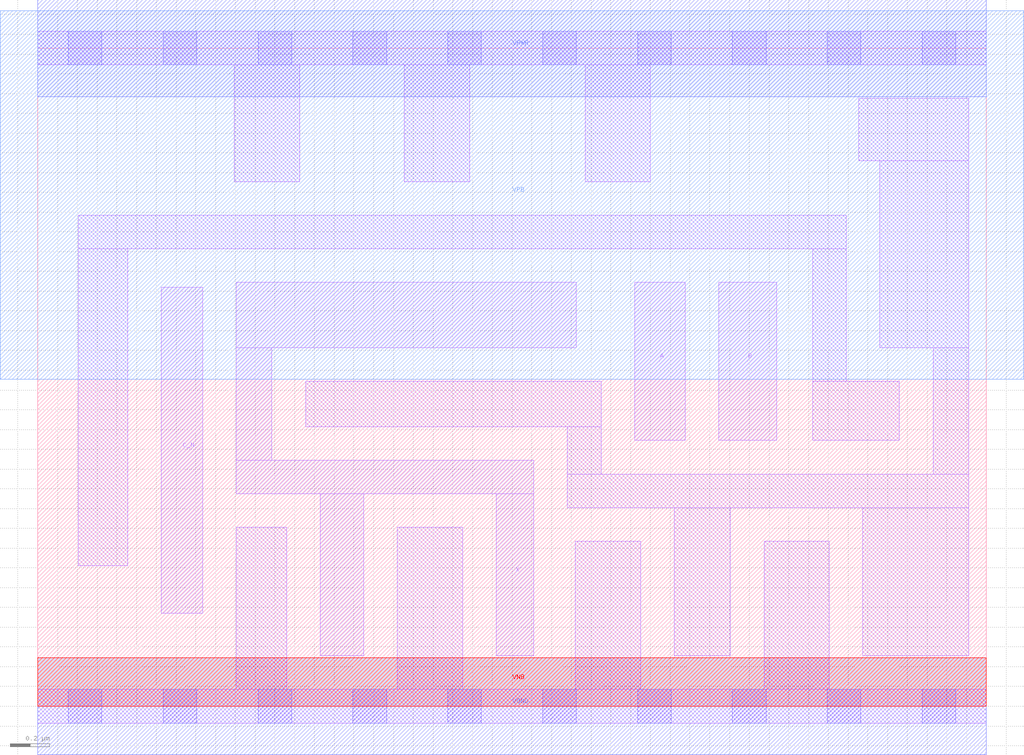
<source format=lef>
# Copyright 2020 The SkyWater PDK Authors
#
# Licensed under the Apache License, Version 2.0 (the "License");
# you may not use this file except in compliance with the License.
# You may obtain a copy of the License at
#
#     https://www.apache.org/licenses/LICENSE-2.0
#
# Unless required by applicable law or agreed to in writing, software
# distributed under the License is distributed on an "AS IS" BASIS,
# WITHOUT WARRANTIES OR CONDITIONS OF ANY KIND, either express or implied.
# See the License for the specific language governing permissions and
# limitations under the License.
#
# SPDX-License-Identifier: Apache-2.0

VERSION 5.7 ;
  NOWIREEXTENSIONATPIN ON ;
  DIVIDERCHAR "/" ;
  BUSBITCHARS "[]" ;
MACRO sky130_fd_sc_lp__or3b_4
  CLASS CORE ;
  FOREIGN sky130_fd_sc_lp__or3b_4 ;
  ORIGIN  0.000000  0.000000 ;
  SIZE  4.800000 BY  3.330000 ;
  SYMMETRY X Y R90 ;
  SITE unit ;
  PIN A
    ANTENNAGATEAREA  0.315000 ;
    DIRECTION INPUT ;
    USE SIGNAL ;
    PORT
      LAYER li1 ;
        RECT 3.020000 1.345000 3.275000 2.145000 ;
    END
  END A
  PIN B
    ANTENNAGATEAREA  0.315000 ;
    DIRECTION INPUT ;
    USE SIGNAL ;
    PORT
      LAYER li1 ;
        RECT 3.445000 1.345000 3.740000 2.145000 ;
    END
  END B
  PIN C_N
    ANTENNAGATEAREA  0.126000 ;
    DIRECTION INPUT ;
    USE SIGNAL ;
    PORT
      LAYER li1 ;
        RECT 0.625000 0.470000 0.835000 2.120000 ;
    END
  END C_N
  PIN X
    ANTENNADIFFAREA  1.176000 ;
    DIRECTION OUTPUT ;
    USE SIGNAL ;
    PORT
      LAYER li1 ;
        RECT 1.005000 1.075000 2.510000 1.245000 ;
        RECT 1.005000 1.245000 1.185000 1.815000 ;
        RECT 1.005000 1.815000 2.725000 2.145000 ;
        RECT 1.430000 0.255000 1.650000 1.075000 ;
        RECT 2.320000 0.255000 2.510000 1.075000 ;
    END
  END X
  PIN VGND
    DIRECTION INOUT ;
    USE GROUND ;
    PORT
      LAYER met1 ;
        RECT 0.000000 -0.245000 4.800000 0.245000 ;
    END
  END VGND
  PIN VNB
    DIRECTION INOUT ;
    USE GROUND ;
    PORT
      LAYER pwell ;
        RECT 0.000000 0.000000 4.800000 0.245000 ;
    END
  END VNB
  PIN VPB
    DIRECTION INOUT ;
    USE POWER ;
    PORT
      LAYER nwell ;
        RECT -0.190000 1.655000 4.990000 3.520000 ;
    END
  END VPB
  PIN VPWR
    DIRECTION INOUT ;
    USE POWER ;
    PORT
      LAYER met1 ;
        RECT 0.000000 3.085000 4.800000 3.575000 ;
    END
  END VPWR
  OBS
    LAYER li1 ;
      RECT 0.000000 -0.085000 4.800000 0.085000 ;
      RECT 0.000000  3.245000 4.800000 3.415000 ;
      RECT 0.205000  0.710000 0.455000 2.315000 ;
      RECT 0.205000  2.315000 4.090000 2.485000 ;
      RECT 0.995000  2.655000 1.325000 3.245000 ;
      RECT 1.005000  0.085000 1.260000 0.905000 ;
      RECT 1.355000  1.415000 2.850000 1.645000 ;
      RECT 1.820000  0.085000 2.150000 0.905000 ;
      RECT 1.855000  2.655000 2.185000 3.245000 ;
      RECT 2.680000  1.005000 4.710000 1.175000 ;
      RECT 2.680000  1.175000 2.850000 1.415000 ;
      RECT 2.720000  0.085000 3.050000 0.835000 ;
      RECT 2.770000  2.655000 3.100000 3.245000 ;
      RECT 3.220000  0.255000 3.505000 1.005000 ;
      RECT 3.675000  0.085000 4.005000 0.835000 ;
      RECT 3.920000  1.345000 4.360000 1.645000 ;
      RECT 3.920000  1.645000 4.090000 2.315000 ;
      RECT 4.155000  2.760000 4.710000 3.075000 ;
      RECT 4.175000  0.255000 4.710000 1.005000 ;
      RECT 4.260000  1.815000 4.710000 2.760000 ;
      RECT 4.530000  1.175000 4.710000 1.815000 ;
    LAYER mcon ;
      RECT 0.155000 -0.085000 0.325000 0.085000 ;
      RECT 0.155000  3.245000 0.325000 3.415000 ;
      RECT 0.635000 -0.085000 0.805000 0.085000 ;
      RECT 0.635000  3.245000 0.805000 3.415000 ;
      RECT 1.115000 -0.085000 1.285000 0.085000 ;
      RECT 1.115000  3.245000 1.285000 3.415000 ;
      RECT 1.595000 -0.085000 1.765000 0.085000 ;
      RECT 1.595000  3.245000 1.765000 3.415000 ;
      RECT 2.075000 -0.085000 2.245000 0.085000 ;
      RECT 2.075000  3.245000 2.245000 3.415000 ;
      RECT 2.555000 -0.085000 2.725000 0.085000 ;
      RECT 2.555000  3.245000 2.725000 3.415000 ;
      RECT 3.035000 -0.085000 3.205000 0.085000 ;
      RECT 3.035000  3.245000 3.205000 3.415000 ;
      RECT 3.515000 -0.085000 3.685000 0.085000 ;
      RECT 3.515000  3.245000 3.685000 3.415000 ;
      RECT 3.995000 -0.085000 4.165000 0.085000 ;
      RECT 3.995000  3.245000 4.165000 3.415000 ;
      RECT 4.475000 -0.085000 4.645000 0.085000 ;
      RECT 4.475000  3.245000 4.645000 3.415000 ;
  END
END sky130_fd_sc_lp__or3b_4
END LIBRARY

</source>
